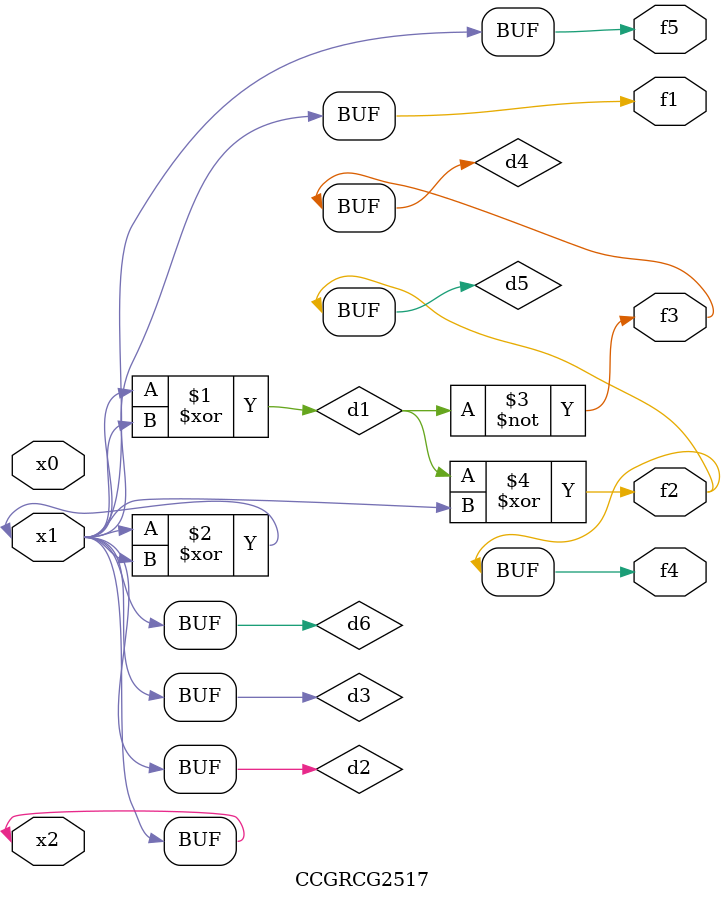
<source format=v>
module CCGRCG2517(
	input x0, x1, x2,
	output f1, f2, f3, f4, f5
);

	wire d1, d2, d3, d4, d5, d6;

	xor (d1, x1, x2);
	buf (d2, x1, x2);
	xor (d3, x1, x2);
	nor (d4, d1);
	xor (d5, d1, d2);
	buf (d6, d2, d3);
	assign f1 = d6;
	assign f2 = d5;
	assign f3 = d4;
	assign f4 = d5;
	assign f5 = d6;
endmodule

</source>
